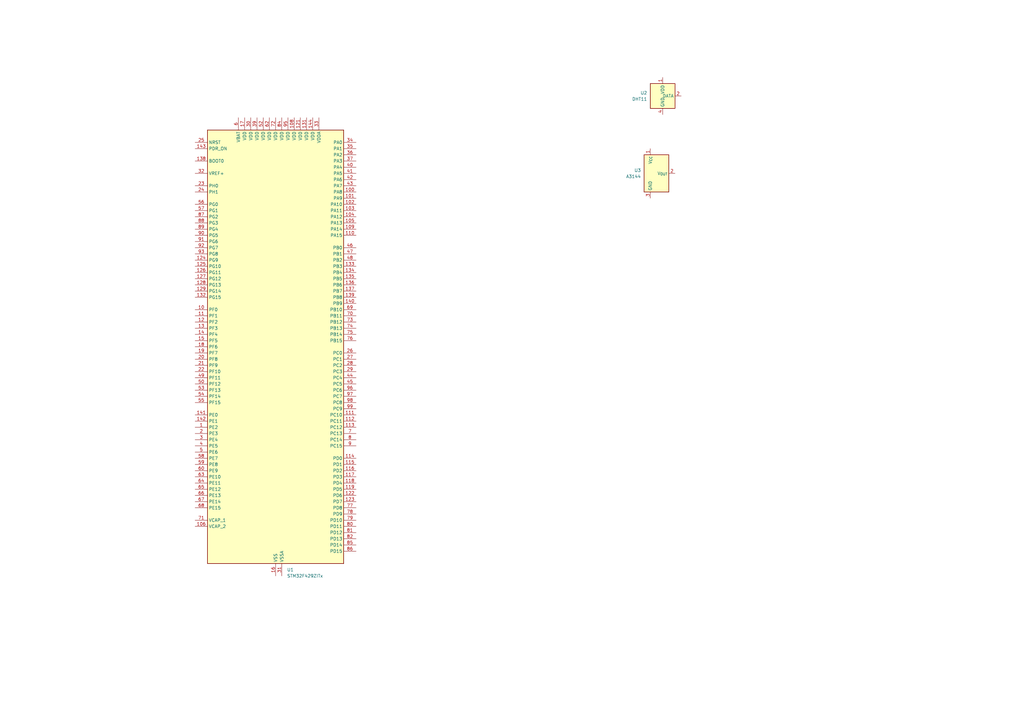
<source format=kicad_sch>
(kicad_sch (version 20250114) (generator "eeschema") (generator_version "9.0")
  (paper "A3")
  (lib_symbols
    (symbol "MCU_ST_STM32F4:STM32F429ZITx"
      (property "Reference" "U" (at -27.94 90.17 0))
      (property "Value" "STM32F429ZITx" (at 20.32 90.17 0))
      (symbol "STM32F429ZITx_0_1"
        (rectangle (start -27.94 -88.9) (end 27.94 88.9) (stroke (width 0.254)) (fill (type background)))
      )
      (symbol "STM32F429ZITx_1_1"
        (pin input line (at -33.02 83.82 0) (length 5.08) (name "NRST") (number "25"))
        (pin input line (at -33.02 81.28 0) (length 5.08) (name "PDR_ON") (number "143"))
        (pin input line (at -33.02 76.2 0) (length 5.08) (name "BOOT0") (number "138"))
        (pin input line (at -33.02 71.12 0) (length 5.08) (name "VREF+") (number "32"))
        (pin bidirectional line (at -33.02 66.04 0) (length 5.08) (name "PH0") (number "23"))
        (pin bidirectional line (at -33.02 63.5 0) (length 5.08) (name "PH1") (number "24"))
        (pin bidirectional line (at -33.02 58.42 0) (length 5.08) (name "PG0") (number "56"))
        (pin bidirectional line (at -33.02 55.88 0) (length 5.08) (name "PG1") (number "57"))
        (pin bidirectional line (at -33.02 53.34 0) (length 5.08) (name "PG2") (number "87"))
        (pin bidirectional line (at -33.02 50.8 0) (length 5.08) (name "PG3") (number "88"))
        (pin bidirectional line (at -33.02 48.26 0) (length 5.08) (name "PG4") (number "89"))
        (pin bidirectional line (at -33.02 45.72 0) (length 5.08) (name "PG5") (number "90"))
        (pin bidirectional line (at -33.02 43.18 0) (length 5.08) (name "PG6") (number "91"))
        (pin bidirectional line (at -33.02 40.64 0) (length 5.08) (name "PG7") (number "92"))
        (pin bidirectional line (at -33.02 38.1 0) (length 5.08) (name "PG8") (number "93"))
        (pin bidirectional line (at -33.02 35.56 0) (length 5.08) (name "PG9") (number "124"))
        (pin bidirectional line (at -33.02 33.02 0) (length 5.08) (name "PG10") (number "125"))
        (pin bidirectional line (at -33.02 30.48 0) (length 5.08) (name "PG11") (number "126"))
        (pin bidirectional line (at -33.02 27.94 0) (length 5.08) (name "PG12") (number "127"))
        (pin bidirectional line (at -33.02 25.4 0) (length 5.08) (name "PG13") (number "128"))
        (pin bidirectional line (at -33.02 22.86 0) (length 5.08) (name "PG14") (number "129"))
        (pin bidirectional line (at -33.02 20.32 0) (length 5.08) (name "PG15") (number "132"))
        (pin bidirectional line (at -33.02 15.24 0) (length 5.08) (name "PF0") (number "10"))
        (pin bidirectional line (at -33.02 12.7 0) (length 5.08) (name "PF1") (number "11"))
        (pin bidirectional line (at -33.02 10.16 0) (length 5.08) (name "PF2") (number "12"))
        (pin bidirectional line (at -33.02 7.62 0) (length 5.08) (name "PF3") (number "13"))
        (pin bidirectional line (at -33.02 5.08 0) (length 5.08) (name "PF4") (number "14"))
        (pin bidirectional line (at -33.02 2.54 0) (length 5.08) (name "PF5") (number "15"))
        (pin bidirectional line (at -33.02 0 0) (length 5.08) (name "PF6") (number "18"))
        (pin bidirectional line (at -33.02 -2.54 0) (length 5.08) (name "PF7") (number "19"))
        (pin bidirectional line (at -33.02 -5.08 0) (length 5.08) (name "PF8") (number "20"))
        (pin bidirectional line (at -33.02 -7.62 0) (length 5.08) (name "PF9") (number "21"))
        (pin bidirectional line (at -33.02 -10.16 0) (length 5.08) (name "PF10") (number "22"))
        (pin bidirectional line (at -33.02 -12.7 0) (length 5.08) (name "PF11") (number "49"))
        (pin bidirectional line (at -33.02 -15.24 0) (length 5.08) (name "PF12") (number "50"))
        (pin bidirectional line (at -33.02 -17.78 0) (length 5.08) (name "PF13") (number "53"))
        (pin bidirectional line (at -33.02 -20.32 0) (length 5.08) (name "PF14") (number "54"))
        (pin bidirectional line (at -33.02 -22.86 0) (length 5.08) (name "PF15") (number "55"))
        (pin bidirectional line (at -33.02 -27.94 0) (length 5.08) (name "PE0") (number "141"))
        (pin bidirectional line (at -33.02 -30.48 0) (length 5.08) (name "PE1") (number "142"))
        (pin bidirectional line (at -33.02 -33.02 0) (length 5.08) (name "PE2") (number "1"))
        (pin bidirectional line (at -33.02 -35.56 0) (length 5.08) (name "PE3") (number "2"))
        (pin bidirectional line (at -33.02 -38.1 0) (length 5.08) (name "PE4") (number "3"))
        (pin bidirectional line (at -33.02 -40.64 0) (length 5.08) (name "PE5") (number "4"))
        (pin bidirectional line (at -33.02 -43.18 0) (length 5.08) (name "PE6") (number "5"))
        (pin bidirectional line (at -33.02 -45.72 0) (length 5.08) (name "PE7") (number "58"))
        (pin bidirectional line (at -33.02 -48.26 0) (length 5.08) (name "PE8") (number "59"))
        (pin bidirectional line (at -33.02 -50.8 0) (length 5.08) (name "PE9") (number "60"))
        (pin bidirectional line (at -33.02 -53.34 0) (length 5.08) (name "PE10") (number "63"))
        (pin bidirectional line (at -33.02 -55.88 0) (length 5.08) (name "PE11") (number "64"))
        (pin bidirectional line (at -33.02 -58.42 0) (length 5.08) (name "PE12") (number "65"))
        (pin bidirectional line (at -33.02 -60.96 0) (length 5.08) (name "PE13") (number "66"))
        (pin bidirectional line (at -33.02 -63.5 0) (length 5.08) (name "PE14") (number "67"))
        (pin bidirectional line (at -33.02 -66.04 0) (length 5.08) (name "PE15") (number "68"))
        (pin power_out line (at -33.02 -71.12 0) (length 5.08) (name "VCAP_1") (number "71"))
        (pin power_out line (at -33.02 -73.66 0) (length 5.08) (name "VCAP_2") (number "106"))
        (pin power_in line (at -15.24 93.98 270) (length 5.08) (name "VBAT") (number "6"))
        (pin power_in line (at -12.7 93.98 270) (length 5.08) (name "VDD") (number "17"))
        (pin power_in line (at -10.16 93.98 270) (length 5.08) (name "VDD") (number "30"))
        (pin power_in line (at -7.62 93.98 270) (length 5.08) (name "VDD") (number "39"))
        (pin power_in line (at -5.08 93.98 270) (length 5.08) (name "VDD") (number "52"))
        (pin power_in line (at -2.54 93.98 270) (length 5.08) (name "VDD") (number "62"))
        (pin power_in line (at 0 93.98 270) (length 5.08) (name "VDD") (number "72"))
        (pin passive line (at 0 -93.98 90) (length 5.08) (hide yes) (name "VSS") (number "107"))
        (pin passive line (at 0 -93.98 90) (length 5.08) (hide yes) (name "VSS") (number "120"))
        (pin passive line (at 0 -93.98 90) (length 5.08) (hide yes) (name "VSS") (number "130"))
        (pin power_in line (at 0 -93.98 90) (length 5.08) (name "VSS") (number "16"))
        (pin passive line (at 0 -93.98 90) (length 5.08) (hide yes) (name "VSS") (number "38"))
        (pin passive line (at 0 -93.98 90) (length 5.08) (hide yes) (name "VSS") (number "51"))
        (pin passive line (at 0 -93.98 90) (length 5.08) (hide yes) (name "VSS") (number "61"))
        (pin passive line (at 0 -93.98 90) (length 5.08) (hide yes) (name "VSS") (number "83"))
        (pin passive line (at 0 -93.98 90) (length 5.08) (hide yes) (name "VSS") (number "94"))
        (pin power_in line (at 2.54 93.98 270) (length 5.08) (name "VDD") (number "84"))
        (pin power_in line (at 2.54 -93.98 90) (length 5.08) (name "VSSA") (number "31"))
        (pin power_in line (at 5.08 93.98 270) (length 5.08) (name "VDD") (number "95"))
        (pin power_in line (at 7.62 93.98 270) (length 5.08) (name "VDD") (number "108"))
        (pin power_in line (at 10.16 93.98 270) (length 5.08) (name "VDD") (number "121"))
        (pin power_in line (at 12.7 93.98 270) (length 5.08) (name "VDD") (number "131"))
        (pin power_in line (at 15.24 93.98 270) (length 5.08) (name "VDD") (number "144"))
        (pin power_in line (at 17.78 93.98 270) (length 5.08) (name "VDDA") (number "33"))
        (pin bidirectional line (at 33.02 83.82 180) (length 5.08) (name "PA0") (number "34"))
        (pin bidirectional line (at 33.02 81.28 180) (length 5.08) (name "PA1") (number "35"))
        (pin bidirectional line (at 33.02 78.74 180) (length 5.08) (name "PA2") (number "36"))
        (pin bidirectional line (at 33.02 76.2 180) (length 5.08) (name "PA3") (number "37"))
        (pin bidirectional line (at 33.02 73.66 180) (length 5.08) (name "PA4") (number "40"))
        (pin bidirectional line (at 33.02 71.12 180) (length 5.08) (name "PA5") (number "41"))
        (pin bidirectional line (at 33.02 68.58 180) (length 5.08) (name "PA6") (number "42"))
        (pin bidirectional line (at 33.02 66.04 180) (length 5.08) (name "PA7") (number "43"))
        (pin bidirectional line (at 33.02 63.5 180) (length 5.08) (name "PA8") (number "100"))
        (pin bidirectional line (at 33.02 60.96 180) (length 5.08) (name "PA9") (number "101"))
        (pin bidirectional line (at 33.02 58.42 180) (length 5.08) (name "PA10") (number "102"))
        (pin bidirectional line (at 33.02 55.88 180) (length 5.08) (name "PA11") (number "103"))
        (pin bidirectional line (at 33.02 53.34 180) (length 5.08) (name "PA12") (number "104"))
        (pin bidirectional line (at 33.02 50.8 180) (length 5.08) (name "PA13") (number "105"))
        (pin bidirectional line (at 33.02 48.26 180) (length 5.08) (name "PA14") (number "109"))
        (pin bidirectional line (at 33.02 45.72 180) (length 5.08) (name "PA15") (number "110"))
        (pin bidirectional line (at 33.02 40.64 180) (length 5.08) (name "PB0") (number "46"))
        (pin bidirectional line (at 33.02 38.1 180) (length 5.08) (name "PB1") (number "47"))
        (pin bidirectional line (at 33.02 35.56 180) (length 5.08) (name "PB2") (number "48"))
        (pin bidirectional line (at 33.02 33.02 180) (length 5.08) (name "PB3") (number "133"))
        (pin bidirectional line (at 33.02 30.48 180) (length 5.08) (name "PB4") (number "134"))
        (pin bidirectional line (at 33.02 27.94 180) (length 5.08) (name "PB5") (number "135"))
        (pin bidirectional line (at 33.02 25.4 180) (length 5.08) (name "PB6") (number "136"))
        (pin bidirectional line (at 33.02 22.86 180) (length 5.08) (name "PB7") (number "137"))
        (pin bidirectional line (at 33.02 20.32 180) (length 5.08) (name "PB8") (number "139"))
        (pin bidirectional line (at 33.02 17.78 180) (length 5.08) (name "PB9") (number "140"))
        (pin bidirectional line (at 33.02 15.24 180) (length 5.08) (name "PB10") (number "69"))
        (pin bidirectional line (at 33.02 12.7 180) (length 5.08) (name "PB11") (number "70"))
        (pin bidirectional line (at 33.02 10.16 180) (length 5.08) (name "PB12") (number "73"))
        (pin bidirectional line (at 33.02 7.62 180) (length 5.08) (name "PB13") (number "74"))
        (pin bidirectional line (at 33.02 5.08 180) (length 5.08) (name "PB14") (number "75"))
        (pin bidirectional line (at 33.02 2.54 180) (length 5.08) (name "PB15") (number "76"))
        (pin bidirectional line (at 33.02 -2.54 180) (length 5.08) (name "PC0") (number "26"))
        (pin bidirectional line (at 33.02 -5.08 180) (length 5.08) (name "PC1") (number "27"))
        (pin bidirectional line (at 33.02 -7.62 180) (length 5.08) (name "PC2") (number "28"))
        (pin bidirectional line (at 33.02 -10.16 180) (length 5.08) (name "PC3") (number "29"))
        (pin bidirectional line (at 33.02 -12.7 180) (length 5.08) (name "PC4") (number "44"))
        (pin bidirectional line (at 33.02 -15.24 180) (length 5.08) (name "PC5") (number "45"))
        (pin bidirectional line (at 33.02 -17.78 180) (length 5.08) (name "PC6") (number "96"))
        (pin bidirectional line (at 33.02 -20.32 180) (length 5.08) (name "PC7") (number "97"))
        (pin bidirectional line (at 33.02 -22.86 180) (length 5.08) (name "PC8") (number "98"))
        (pin bidirectional line (at 33.02 -25.4 180) (length 5.08) (name "PC9") (number "99"))
        (pin bidirectional line (at 33.02 -27.94 180) (length 5.08) (name "PC10") (number "111"))
        (pin bidirectional line (at 33.02 -30.48 180) (length 5.08) (name "PC11") (number "112"))
        (pin bidirectional line (at 33.02 -33.02 180) (length 5.08) (name "PC12") (number "113"))
        (pin bidirectional line (at 33.02 -35.56 180) (length 5.08) (name "PC13") (number "7"))
        (pin bidirectional line (at 33.02 -38.1 180) (length 5.08) (name "PC14") (number "8"))
        (pin bidirectional line (at 33.02 -40.64 180) (length 5.08) (name "PC15") (number "9"))
        (pin bidirectional line (at 33.02 -45.72 180) (length 5.08) (name "PD0") (number "114"))
        (pin bidirectional line (at 33.02 -48.26 180) (length 5.08) (name "PD1") (number "115"))
        (pin bidirectional line (at 33.02 -50.8 180) (length 5.08) (name "PD2") (number "116"))
        (pin bidirectional line (at 33.02 -53.34 180) (length 5.08) (name "PD3") (number "117"))
        (pin bidirectional line (at 33.02 -55.88 180) (length 5.08) (name "PD4") (number "118"))
        (pin bidirectional line (at 33.02 -58.42 180) (length 5.08) (name "PD5") (number "119"))
        (pin bidirectional line (at 33.02 -60.96 180) (length 5.08) (name "PD6") (number "122"))
        (pin bidirectional line (at 33.02 -63.5 180) (length 5.08) (name "PD7") (number "123"))
        (pin bidirectional line (at 33.02 -66.04 180) (length 5.08) (name "PD8") (number "77"))
        (pin bidirectional line (at 33.02 -68.58 180) (length 5.08) (name "PD9") (number "78"))
        (pin bidirectional line (at 33.02 -71.12 180) (length 5.08) (name "PD10") (number "79"))
        (pin bidirectional line (at 33.02 -73.66 180) (length 5.08) (name "PD11") (number "80"))
        (pin bidirectional line (at 33.02 -76.2 180) (length 5.08) (name "PD12") (number "81"))
        (pin bidirectional line (at 33.02 -78.74 180) (length 5.08) (name "PD13") (number "82"))
        (pin bidirectional line (at 33.02 -81.28 180) (length 5.08) (name "PD14") (number "85"))
        (pin bidirectional line (at 33.02 -83.82 180) (length 5.08) (name "PD15") (number "86"))
      )
    )
    (symbol "Sensor:DHT11"
      (property "Reference" "U" (at -3.81 6.35 0))
      (property "Value" "DHT11" (at 3.81 6.35 0))
      (symbol "DHT11_0_1"
        (rectangle (start -5.08 5.08) (end 5.08 -5.08) (stroke (width 0.254)) (fill (type background)))
      )
      (symbol "DHT11_1_1"
        (pin no_connect line (at -5.08 0 0) (length 2.54) (hide yes) (name "NC") (number "3"))
        (pin power_in line (at 0 7.62 270) (length 2.54) (name "VDD") (number "1"))
        (pin power_in line (at 0 -7.62 90) (length 2.54) (name "GND") (number "4"))
        (pin bidirectional line (at 7.62 0 180) (length 2.54) (name "DATA") (number "2"))
      )
    )
    (symbol "Sensor_Magnetic:A1104xLH"
      (property "Reference" "U" (at 0 11.43 0))
      (property "Value" "A1104xLH" (at 0 8.89 0))
      (symbol "A1104xLH_0_1"
        (rectangle (start -5.08 7.62) (end 5.08 -7.62) (stroke (width 0.254)) (fill (type background)))
      )
      (symbol "A1104xLH_1_1"
        (pin power_in line (at -2.54 10.16 270) (length 2.54) (name "V_{CC}") (number "1"))
        (pin power_in line (at -2.54 -10.16 90) (length 2.54) (name "GND") (number "3"))
        (pin open_collector line (at 7.62 0 180) (length 2.54) (name "V_{OUT}") (number "2"))
      )
    )
  )
  (symbol (lib_id "Sensor:DHT11") (at 271.78 39.37 0) (unit 1)
    (property "Reference" "U2" (at 265.43 38.0999 0) (effects (justify right)))
    (property "Value" "DHT11" (at 265.43 40.6399 0) (effects (justify right)))
    (property "Footprint" "Sensor:Aosong_DHT11_5.5x12.0_P2.54mm" (effects (hide yes)))
    (property "Datasheet" "http://akizukidenshi.com/download/ds/aosong/DHT11.pdf" (effects (hide yes)))
    (property "Description" "3.3V to 5.5V, temperature and humidity module, DHT11" (effects (hide yes)))
  )
  (symbol (lib_id "Sensor_Magnetic:A1104xLH") (at 269.24 71.12 0) (unit 1)
    (property "Reference" "U3" (at 262.89 69.8499 0) (effects (justify right)))
    (property "Value" "A3144" (at 262.89 72.3899 0) (effects (justify right)))
    (property "Footprint" "Package_TO_SOT_SMD:SOT-23W" (effects (hide yes)))
    (property "Datasheet" "https://www.allegromicro.com/-/media/files/datasheets/a110x-datasheet.ashx" (effects (hide yes)))
    (property "Description" "Hall effect switch, unipolar (south-polarity), Bop=70-350G, Brp=50-330G, 3.8-24V supply, SOT-23W" (effects (hide yes)))
  )
  (symbol (lib_id "MCU_ST_STM32F4:STM32F429ZITx") (at 113.03 142.24 0) (unit 1)
    (property "Reference" "U1" (at 117.7133 233.68 0) (effects (justify left)))
    (property "Value" "STM32F429ZITx" (at 117.7133 236.22 0) (effects (justify left)))
    (property "Footprint" "Package_QFP:LQFP-144_20x20mm_P0.5mm" (effects (hide yes)))
    (property "Datasheet" "https://www.st.com/resource/en/datasheet/stm32f429zi.pdf" (effects (hide yes)))
    (property "Description" "STMicroelectronics Arm Cortex-M4 MCU, 2048KB flash, 256KB RAM, 180 MHz, 1.8-3.6V, 114 GPIO, LQFP144" (effects (hide yes)))
  )
)
</source>
